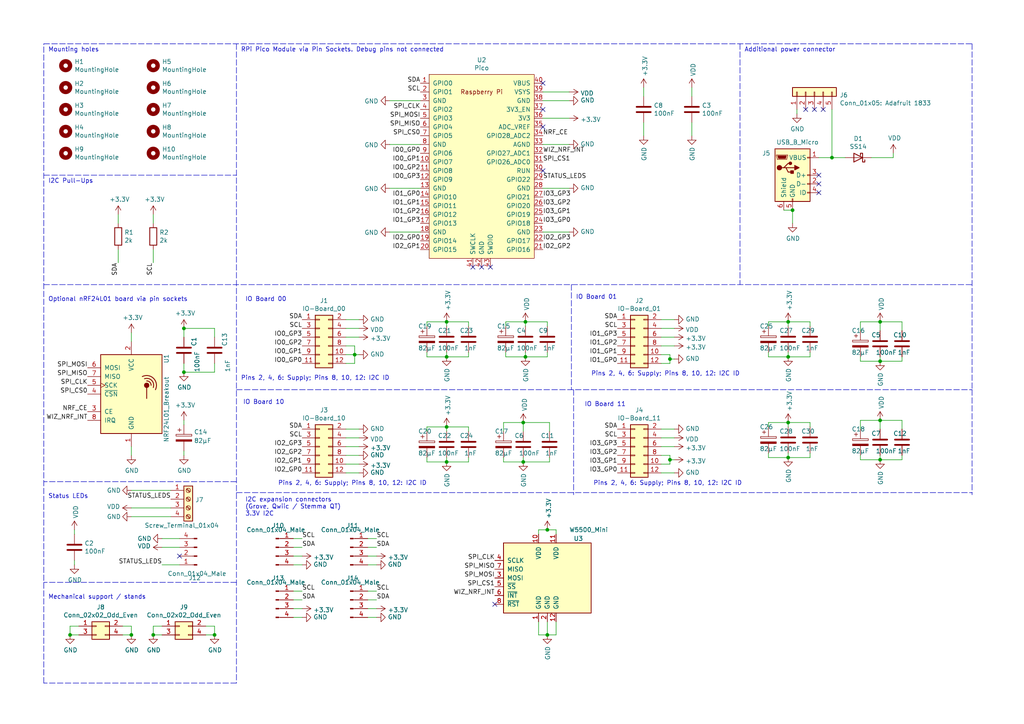
<source format=kicad_sch>
(kicad_sch (version 20211123) (generator eeschema)
  (paper "A4")
  (title_block (title "rp2040_dongle baseboard 4 slots") (date "2022-11-13") (rev "0.5") (company "https://www.openlighting.org/"))
  (junction (at 255.27 121.92))
  (junction (at 158.75 184.15))
  (junction (at 194.31 104.14))
  (junction (at 129.54 103.505))
  (junction (at 255.27 104.775))
  (junction (at 151.765 122.555))
  (junction (at 44.45 184.15))
  (junction (at 194.31 133.35))
  (junction (at 102.87 102.87))
  (junction (at 151.765 133.985))
  (junction (at 228.6 132.715))
  (junction (at 152.4 103.505))
  (junction (at 228.6 103.505))
  (junction (at 228.6 122.555))
  (junction (at 152.4 93.345))
  (junction (at 53.34 107.95))
  (junction (at 53.34 95.25))
  (junction (at 20.32 184.15))
  (junction (at 129.54 93.345))
  (junction (at 241.3 45.72))
  (junction (at 38.1 184.15))
  (junction (at 228.6 93.345))
  (junction (at 158.75 153.67))
  (junction (at 62.23 184.15))
  (junction (at 255.27 93.345))
  (junction (at 129.54 123.825))
  (junction (at 255.27 133.35))
  (junction (at 129.54 133.985))
  (junction (at 229.87 60.96))
  (no_connect (at 237.49 55.88))
  (no_connect (at 157.48 24.13))
  (no_connect (at 157.48 36.83))
  (no_connect (at 52.07 161.29))
  (no_connect (at 233.68 31.75))
  (no_connect (at 142.24 77.47))
  (no_connect (at 238.76 31.75))
  (no_connect (at 236.22 31.75))
  (no_connect (at 157.48 49.53))
  (no_connect (at 137.16 77.47))
  (no_connect (at 237.49 53.34))
  (no_connect (at 237.49 50.8))
  (no_connect (at 157.48 31.75))
  (no_connect (at 143.51 175.26))
  (no_connect (at 139.7 77.47))
  (wire (pts (xy 194.31 132.08) (xy 194.31 133.35)))
  (wire (pts (xy 35.56 184.15) (xy 38.1 184.15)))
  (wire (pts (xy 234.95 132.715) (xy 228.6 132.715)))
  (wire (pts (xy 129.54 123.825) (xy 129.54 125.095)))
  (wire (pts (xy 113.03 67.31) (xy 121.92 67.31)))
  (wire (pts (xy 191.77 137.16) (xy 195.58 137.16)))
  (wire (pts (xy 249.555 121.92) (xy 255.27 121.92)))
  (wire (pts (xy 259.08 45.72) (xy 259.08 44.45)))
  (wire (pts (xy 53.34 130.81) (xy 53.34 132.08)))
  (wire (pts (xy 156.21 153.67) (xy 158.75 153.67)))
  (wire (pts (xy 100.33 97.79) (xy 104.14 97.79)))
  (wire (pts (xy 34.29 72.39) (xy 34.29 76.2)))
  (wire (pts (xy 161.29 153.67) (xy 158.75 153.67)))
  (polyline (pts (xy 68.58 198.12) (xy 12.7 198.12)))
  (wire (pts (xy 200.66 25.4) (xy 200.66 27.94)))
  (wire (pts (xy 44.45 184.15) (xy 46.99 184.15)))
  (wire (pts (xy 249.555 133.35) (xy 255.27 133.35)))
  (wire (pts (xy 100.33 129.54) (xy 104.14 129.54)))
  (wire (pts (xy 228.6 93.345) (xy 234.95 93.345)))
  (wire (pts (xy 194.31 104.14) (xy 195.58 104.14)))
  (wire (pts (xy 22.86 184.15) (xy 20.32 184.15)))
  (wire (pts (xy 222.885 94.615) (xy 222.885 93.345)))
  (wire (pts (xy 123.825 93.345) (xy 129.54 93.345)))
  (wire (pts (xy 157.48 34.29) (xy 165.1 34.29)))
  (wire (pts (xy 249.555 93.345) (xy 255.27 93.345)))
  (wire (pts (xy 38.1 181.61) (xy 38.1 184.15)))
  (wire (pts (xy 85.09 171.45) (xy 87.63 171.45)))
  (wire (pts (xy 186.69 35.56) (xy 186.69 39.37)))
  (wire (pts (xy 100.33 134.62) (xy 104.14 134.62)))
  (wire (pts (xy 53.34 95.25) (xy 62.23 95.25)))
  (wire (pts (xy 156.21 180.34) (xy 156.21 184.15)))
  (polyline (pts (xy 68.58 113.03) (xy 281.94 113.03)))
  (wire (pts (xy 104.14 132.08) (xy 100.33 132.08)))
  (wire (pts (xy 135.89 102.235) (xy 135.89 103.505)))
  (wire (pts (xy 158.75 103.505) (xy 152.4 103.505)))
  (wire (pts (xy 102.87 100.33) (xy 102.87 102.87)))
  (wire (pts (xy 123.825 102.235) (xy 123.825 103.505)))
  (wire (pts (xy 106.68 163.83) (xy 109.22 163.83)))
  (wire (pts (xy 156.21 154.94) (xy 156.21 153.67)))
  (wire (pts (xy 104.14 137.16) (xy 100.33 137.16)))
  (wire (pts (xy 222.885 131.445) (xy 222.885 132.715)))
  (wire (pts (xy 161.29 184.15) (xy 158.75 184.15)))
  (wire (pts (xy 255.27 124.46) (xy 255.27 121.92)))
  (wire (pts (xy 237.49 45.72) (xy 241.3 45.72)))
  (wire (pts (xy 186.69 25.4) (xy 186.69 27.94)))
  (wire (pts (xy 46.99 158.75) (xy 52.07 158.75)))
  (wire (pts (xy 129.54 102.235) (xy 129.54 103.505)))
  (wire (pts (xy 135.89 123.825) (xy 135.89 125.095)))
  (wire (pts (xy 249.555 124.46) (xy 249.555 121.92)))
  (wire (pts (xy 222.885 132.715) (xy 228.6 132.715)))
  (wire (pts (xy 200.66 35.56) (xy 200.66 39.37)))
  (wire (pts (xy 34.29 62.23) (xy 34.29 64.77)))
  (wire (pts (xy 38.1 96.52) (xy 38.1 99.06)))
  (wire (pts (xy 191.77 95.25) (xy 195.58 95.25)))
  (wire (pts (xy 146.685 103.505) (xy 152.4 103.505)))
  (wire (pts (xy 46.99 156.21) (xy 52.07 156.21)))
  (wire (pts (xy 241.3 45.72) (xy 245.11 45.72)))
  (wire (pts (xy 234.95 103.505) (xy 228.6 103.505)))
  (wire (pts (xy 249.555 95.885) (xy 249.555 93.345)))
  (wire (pts (xy 231.14 31.75) (xy 231.14 33.02)))
  (wire (pts (xy 62.23 184.15) (xy 62.23 181.61)))
  (wire (pts (xy 194.31 105.41) (xy 194.31 104.14)))
  (wire (pts (xy 106.68 179.07) (xy 109.22 179.07)))
  (wire (pts (xy 106.68 173.99) (xy 109.22 173.99)))
  (wire (pts (xy 241.3 31.75) (xy 241.3 45.72)))
  (wire (pts (xy 261.62 121.92) (xy 261.62 124.46)))
  (polyline (pts (xy 68.58 12.7) (xy 68.58 198.12)))
  (wire (pts (xy 191.77 134.62) (xy 194.31 134.62)))
  (wire (pts (xy 20.32 181.61) (xy 20.32 184.15)))
  (wire (pts (xy 194.31 133.35) (xy 195.58 133.35)))
  (polyline (pts (xy 281.94 12.7) (xy 281.94 113.03)))
  (wire (pts (xy 255.27 132.08) (xy 255.27 133.35)))
  (wire (pts (xy 106.68 156.21) (xy 109.22 156.21)))
  (wire (pts (xy 146.05 125.095) (xy 146.05 122.555)))
  (wire (pts (xy 100.33 102.87) (xy 102.87 102.87)))
  (wire (pts (xy 249.555 103.505) (xy 249.555 104.775)))
  (wire (pts (xy 151.765 133.985) (xy 159.385 133.985)))
  (wire (pts (xy 228.6 131.445) (xy 228.6 132.715)))
  (wire (pts (xy 222.885 123.825) (xy 222.885 122.555)))
  (wire (pts (xy 102.87 105.41) (xy 100.33 105.41)))
  (wire (pts (xy 249.555 132.08) (xy 249.555 133.35)))
  (polyline (pts (xy 281.94 113.03) (xy 281.94 143.51)))
  (wire (pts (xy 252.73 45.72) (xy 259.08 45.72)))
  (wire (pts (xy 123.825 123.825) (xy 129.54 123.825)))
  (wire (pts (xy 123.825 132.715) (xy 123.825 133.985)))
  (wire (pts (xy 255.27 133.35) (xy 261.62 133.35)))
  (wire (pts (xy 53.34 107.95) (xy 53.34 105.41)))
  (wire (pts (xy 46.99 181.61) (xy 44.45 181.61)))
  (wire (pts (xy 152.4 93.345) (xy 152.4 94.615)))
  (wire (pts (xy 261.62 104.775) (xy 261.62 103.505)))
  (wire (pts (xy 85.09 156.21) (xy 87.63 156.21)))
  (wire (pts (xy 100.33 124.46) (xy 104.14 124.46)))
  (wire (pts (xy 135.89 133.985) (xy 129.54 133.985)))
  (wire (pts (xy 261.62 93.345) (xy 261.62 95.885)))
  (polyline (pts (xy 12.7 50.8) (xy 68.58 50.8)))
  (wire (pts (xy 157.48 29.21) (xy 165.1 29.21)))
  (polyline (pts (xy 12.7 12.7) (xy 281.94 12.7)))
  (polyline (pts (xy 12.7 198.12) (xy 12.7 12.7)))
  (wire (pts (xy 123.825 94.615) (xy 123.825 93.345)))
  (wire (pts (xy 44.45 72.39) (xy 44.45 76.2)))
  (wire (pts (xy 53.34 97.79) (xy 53.34 95.25)))
  (wire (pts (xy 21.59 162.56) (xy 21.59 163.83)))
  (wire (pts (xy 123.825 125.095) (xy 123.825 123.825)))
  (wire (pts (xy 62.23 107.95) (xy 53.34 107.95)))
  (wire (pts (xy 191.77 105.41) (xy 194.31 105.41)))
  (wire (pts (xy 229.87 60.96) (xy 227.33 60.96)))
  (wire (pts (xy 194.31 102.87) (xy 194.31 104.14)))
  (polyline (pts (xy 165.735 82.55) (xy 165.735 113.03)))
  (wire (pts (xy 106.68 176.53) (xy 109.22 176.53)))
  (wire (pts (xy 53.34 121.92) (xy 53.34 123.19)))
  (wire (pts (xy 222.885 103.505) (xy 228.6 103.505)))
  (wire (pts (xy 152.4 93.345) (xy 158.75 93.345)))
  (wire (pts (xy 157.48 54.61) (xy 165.1 54.61)))
  (wire (pts (xy 222.885 102.235) (xy 222.885 103.505)))
  (polyline (pts (xy 68.58 168.91) (xy 12.7 168.91)))
  (wire (pts (xy 85.09 176.53) (xy 87.63 176.53)))
  (wire (pts (xy 146.05 133.985) (xy 151.765 133.985)))
  (polyline (pts (xy 12.7 82.55) (xy 281.94 82.55)))
  (wire (pts (xy 157.48 26.67) (xy 165.1 26.67)))
  (wire (pts (xy 151.765 122.555) (xy 151.765 125.095)))
  (wire (pts (xy 151.765 122.555) (xy 159.385 122.555)))
  (wire (pts (xy 146.05 132.715) (xy 146.05 133.985)))
  (wire (pts (xy 158.75 180.34) (xy 158.75 184.15)))
  (wire (pts (xy 255.27 104.775) (xy 255.27 103.505)))
  (wire (pts (xy 100.33 92.71) (xy 104.14 92.71)))
  (wire (pts (xy 228.6 122.555) (xy 234.95 122.555)))
  (wire (pts (xy 159.385 133.985) (xy 159.385 132.715)))
  (wire (pts (xy 104.14 127) (xy 100.33 127)))
  (wire (pts (xy 191.77 102.87) (xy 194.31 102.87)))
  (wire (pts (xy 234.95 122.555) (xy 234.95 123.825)))
  (wire (pts (xy 157.48 67.31) (xy 165.1 67.31)))
  (wire (pts (xy 106.68 158.75) (xy 109.22 158.75)))
  (wire (pts (xy 135.89 103.505) (xy 129.54 103.505)))
  (wire (pts (xy 146.685 102.235) (xy 146.685 103.505)))
  (wire (pts (xy 195.58 129.54) (xy 191.77 129.54)))
  (wire (pts (xy 161.29 180.34) (xy 161.29 184.15)))
  (wire (pts (xy 249.555 104.775) (xy 255.27 104.775)))
  (wire (pts (xy 261.62 133.35) (xy 261.62 132.08)))
  (wire (pts (xy 85.09 161.29) (xy 87.63 161.29)))
  (wire (pts (xy 234.95 131.445) (xy 234.95 132.715)))
  (wire (pts (xy 129.54 123.825) (xy 135.89 123.825)))
  (wire (pts (xy 35.56 181.61) (xy 38.1 181.61)))
  (wire (pts (xy 38.1 147.32) (xy 49.53 147.32)))
  (wire (pts (xy 255.27 121.92) (xy 261.62 121.92)))
  (wire (pts (xy 191.77 97.79) (xy 195.58 97.79)))
  (wire (pts (xy 228.6 93.345) (xy 228.6 94.615)))
  (wire (pts (xy 21.59 153.67) (xy 21.59 154.94)))
  (wire (pts (xy 106.68 161.29) (xy 109.22 161.29)))
  (polyline (pts (xy 166.37 113.03) (xy 166.37 143.51)))
  (wire (pts (xy 152.4 102.235) (xy 152.4 103.505)))
  (polyline (pts (xy 68.58 139.7) (xy 12.7 139.7)))
  (wire (pts (xy 191.77 92.71) (xy 195.58 92.71)))
  (wire (pts (xy 62.23 105.41) (xy 62.23 107.95)))
  (wire (pts (xy 255.27 93.345) (xy 261.62 93.345)))
  (wire (pts (xy 228.6 122.555) (xy 228.6 123.825)))
  (wire (pts (xy 157.48 41.91) (xy 165.1 41.91)))
  (wire (pts (xy 129.54 132.715) (xy 129.54 133.985)))
  (wire (pts (xy 158.75 93.345) (xy 158.75 94.615)))
  (wire (pts (xy 85.09 158.75) (xy 87.63 158.75)))
  (wire (pts (xy 59.69 184.15) (xy 62.23 184.15)))
  (wire (pts (xy 135.89 93.345) (xy 135.89 94.615)))
  (wire (pts (xy 151.765 133.985) (xy 151.765 132.715)))
  (wire (pts (xy 62.23 181.61) (xy 59.69 181.61)))
  (wire (pts (xy 123.825 133.985) (xy 129.54 133.985)))
  (wire (pts (xy 129.54 93.345) (xy 135.89 93.345)))
  (wire (pts (xy 22.86 181.61) (xy 20.32 181.61)))
  (wire (pts (xy 129.54 93.345) (xy 129.54 94.615)))
  (wire (pts (xy 191.77 100.33) (xy 195.58 100.33)))
  (wire (pts (xy 46.99 163.83) (xy 52.07 163.83)))
  (wire (pts (xy 113.03 29.21) (xy 121.92 29.21)))
  (wire (pts (xy 156.21 184.15) (xy 158.75 184.15)))
  (polyline (pts (xy 214.63 12.7) (xy 214.63 82.55)))
  (wire (pts (xy 146.685 93.345) (xy 152.4 93.345)))
  (wire (pts (xy 222.885 93.345) (xy 228.6 93.345)))
  (wire (pts (xy 44.45 181.61) (xy 44.45 184.15)))
  (wire (pts (xy 195.58 124.46) (xy 191.77 124.46)))
  (wire (pts (xy 100.33 95.25) (xy 104.14 95.25)))
  (wire (pts (xy 62.23 95.25) (xy 62.23 97.79)))
  (wire (pts (xy 158.75 102.235) (xy 158.75 103.505)))
  (wire (pts (xy 191.77 132.08) (xy 194.31 132.08)))
  (wire (pts (xy 146.05 122.555) (xy 151.765 122.555)))
  (wire (pts (xy 102.87 102.87) (xy 102.87 105.41)))
  (polyline (pts (xy 68.58 142.875) (xy 281.94 142.875)))
  (wire (pts (xy 146.685 94.615) (xy 146.685 93.345)))
  (wire (pts (xy 159.385 122.555) (xy 159.385 125.095)))
  (wire (pts (xy 38.1 142.24) (xy 49.53 142.24)))
  (wire (pts (xy 38.1 129.54) (xy 38.1 132.08)))
  (wire (pts (xy 113.03 54.61) (xy 121.92 54.61)))
  (wire (pts (xy 123.825 103.505) (xy 129.54 103.505)))
  (wire (pts (xy 113.03 41.91) (xy 121.92 41.91)))
  (wire (pts (xy 100.33 100.33) (xy 102.87 100.33)))
  (wire (pts (xy 234.95 102.235) (xy 234.95 103.505)))
  (wire (pts (xy 104.14 102.87) (xy 102.87 102.87)))
  (wire (pts (xy 255.27 93.345) (xy 255.27 95.885)))
  (wire (pts (xy 85.09 173.99) (xy 87.63 173.99)))
  (wire (pts (xy 44.45 62.23) (xy 44.45 64.77)))
  (wire (pts (xy 135.89 132.715) (xy 135.89 133.985)))
  (wire (pts (xy 85.09 179.07) (xy 87.63 179.07)))
  (wire (pts (xy 85.09 163.83) (xy 87.63 163.83)))
  (wire (pts (xy 228.6 102.235) (xy 228.6 103.505)))
  (wire (pts (xy 194.31 134.62) (xy 194.31 133.35)))
  (wire (pts (xy 38.1 149.86) (xy 49.53 149.86)))
  (wire (pts (xy 255.27 104.775) (xy 261.62 104.775)))
  (wire (pts (xy 191.77 127) (xy 195.58 127)))
  (wire (pts (xy 229.87 60.96) (xy 229.87 64.77)))
  (wire (pts (xy 234.95 93.345) (xy 234.95 94.615)))
  (wire (pts (xy 161.29 154.94) (xy 161.29 153.67)))
  (wire (pts (xy 106.68 171.45) (xy 109.22 171.45)))
  (wire (pts (xy 222.885 122.555) (xy 228.6 122.555)))
  (text "IO Board 10" (at 70.485 117.475 0) (effects (font (size 1.27 1.27)) (justify left bottom)))
  (text "Pins 2, 4, 6: Supply; Pins 8, 10, 12: I2C ID" (at 172.085 140.97 0) (effects (font (size 1.27 1.27)) (justify left bottom)))
  (text "Pins 2, 4, 6: Supply; Pins 8, 10, 12: I2C ID" (at 171.45 109.22 0) (effects (font (size 1.27 1.27)) (justify left bottom)))
  (text "Additional power connector" (at 215.9 15.24 0) (effects (font (size 1.27 1.27)) (justify left bottom)))
  (text "Pins 2, 4, 6: Supply; Pins 8, 10, 12: I2C ID" (at 69.85 110.49 0) (effects (font (size 1.27 1.27)) (justify left bottom)))
  (text "Mounting holes" (at 13.97 15.24 0) (effects (font (size 1.27 1.27)) (justify left bottom)))
  (text "RPi Pico Module via Pin Sockets. Debug pins not connected" (at 69.85 15.24 0) (effects (font (size 1.27 1.27)) (justify left bottom)))
  (text "IO Board 00" (at 71.12 87.63 0) (effects (font (size 1.27 1.27)) (justify left bottom)))
  (text "I2C Pull-Ups" (at 13.97 53.34 0) (effects (font (size 1.27 1.27)) (justify left bottom)))
  (text "Status LEDs" (at 13.97 144.78 0) (effects (font (size 1.27 1.27)) (justify left bottom)))
  (text "Optional nRF24L01 board via pin sockets" (at 13.97 87.63 0) (effects (font (size 1.27 1.27)) (justify left bottom)))
  (text "IO Board 01" (at 167.005 86.995 0) (effects (font (size 1.27 1.27)) (justify left bottom)))
  (text "Mechanical support / stands" (at 13.97 173.99 0) (effects (font (size 1.27 1.27)) (justify left bottom)))
  (text "I2C expansion connectors\n(Grove, Qwiic / Stemma QT)\n3.3V I2C" (at 71.12 149.86 0) (effects (font (size 1.27 1.27)) (justify left bottom)))
  (text "Pins 2, 4, 6: Supply; Pins 8, 10, 12: I2C ID" (at 80.645 140.97 0) (effects (font (size 1.27 1.27)) (justify left bottom)))
  (text "IO Board 11" (at 169.545 118.11 0) (effects (font (size 1.27 1.27)) (justify left bottom)))
  (label "IO2_GP2" (at 87.63 132.08 180))
  (label "IO2_GP3" (at 87.63 129.54 180))
  (label "IO1_GP0" (at 121.92 57.15 180))
  (label "IO3_GP0" (at 179.07 137.16 180))
  (label "IO3_GP2" (at 157.48 59.69 0))
  (label "IO1_GP1" (at 179.07 102.87 180))
  (label "SPI_MOSI" (at 121.92 34.29 180))
  (label "SPI_MISO" (at 25.4 109.22 180))
  (label "IO2_GP1" (at 87.63 134.62 180))
  (label "IO1_GP2" (at 121.92 62.23 180))
  (label "IO0_GP2" (at 121.92 49.53 180))
  (label "STATUS_LEDS" (at 49.53 144.78 180))
  (label "SCL" (at 44.45 76.2 270))
  (label "IO1_GP0" (at 179.07 105.41 180))
  (label "SDA" (at 179.07 124.46 180))
  (label "SDA" (at 121.92 24.13 180))
  (label "IO3_GP3" (at 157.48 57.15 0))
  (label "STATUS_LEDS" (at 46.99 163.83 180))
  (label "WIZ_NRF_INT" (at 157.48 44.45 0))
  (label "SCL" (at 179.07 127 180))
  (label "SCL" (at 87.63 127 180))
  (label "IO1_GP3" (at 121.92 64.77 180))
  (label "IO0_GP3" (at 121.92 52.07 180))
  (label "IO2_GP1" (at 121.92 72.39 180))
  (label "IO3_GP3" (at 179.07 129.54 180))
  (label "SCL" (at 109.22 171.45 0))
  (label "IO2_GP0" (at 87.63 137.16 180))
  (label "IO1_GP1" (at 121.92 59.69 180))
  (label "IO2_GP0" (at 121.92 69.85 180))
  (label "IO0_GP1" (at 87.63 102.87 180))
  (label "NRF_CE" (at 25.4 119.38 180))
  (label "SCL" (at 179.07 95.25 180))
  (label "WIZ_NRF_INT" (at 143.51 172.72 180))
  (label "SDA" (at 87.63 92.71 180))
  (label "SDA" (at 109.22 173.99 0))
  (label "SPI_CS1" (at 143.51 170.18 180))
  (label "IO1_GP2" (at 179.07 100.33 180))
  (label "SPI_CS0" (at 121.92 39.37 180))
  (label "IO1_GP3" (at 179.07 97.79 180))
  (label "STATUS_LEDS" (at 157.48 52.07 0))
  (label "SDA" (at 34.29 76.2 270))
  (label "SPI_MISO" (at 143.51 165.1 180))
  (label "SCL" (at 87.63 156.21 0))
  (label "SCL" (at 109.22 156.21 0))
  (label "SDA" (at 109.22 158.75 0))
  (label "SPI_CLK" (at 121.92 31.75 180))
  (label "IO0_GP2" (at 87.63 100.33 180))
  (label "SCL" (at 121.92 26.67 180))
  (label "IO0_GP1" (at 121.92 46.99 180))
  (label "SPI_CS1" (at 157.48 46.99 0))
  (label "SPI_CLK" (at 143.51 162.56 180))
  (label "SDA" (at 87.63 124.46 180))
  (label "SPI_CS0" (at 25.4 114.3 180))
  (label "SPI_MISO" (at 121.92 36.83 180))
  (label "SCL" (at 87.63 95.25 180))
  (label "IO3_GP1" (at 179.07 134.62 180))
  (label "SDA" (at 179.07 92.71 180))
  (label "SDA" (at 87.63 158.75 0))
  (label "SCL" (at 87.63 171.45 0))
  (label "IO2_GP2" (at 157.48 72.39 0))
  (label "SPI_MOSI" (at 143.51 167.64 180))
  (label "WIZ_NRF_INT" (at 25.4 121.92 180))
  (label "IO2_GP3" (at 157.48 69.85 0))
  (label "SDA" (at 87.63 173.99 0))
  (label "IO0_GP0" (at 87.63 105.41 180))
  (label "IO3_GP2" (at 179.07 132.08 180))
  (label "SPI_CLK" (at 25.4 111.76 180))
  (label "SPI_MOSI" (at 25.4 106.68 180))
  (label "IO3_GP0" (at 157.48 64.77 0))
  (label "IO0_GP3" (at 87.63 97.79 180))
  (label "IO0_GP0" (at 121.92 44.45 180))
  (label "IO3_GP1" (at 157.48 62.23 0))
  (label "NRF_CE" (at 157.48 39.37 0))
  (symbol (lib_id "baseboard_4slots-rescue:Pico-MCU_RPi") (at 139.7 48.26 0) (unit 1)
    (property "Reference" "U2" (at 139.7 17.399 0))
    (property "Value" "Pico" (at 139.7 19.7104 0))
    (property "Footprint" "MCU_RaspberryPi_and_Boards:RPi_Pico_SMD_TH" (effects hide))
  )
  (symbol (lib_id "Connector:USB_B_Micro") (at 229.87 50.8 0) (unit 1)
    (property "Reference" "J5" (at 222.25 44.45 0))
    (property "Value" "USB_B_Micro" (at 231.3178 41.2496 0))
    (property "Footprint" "Connector_USB:USB_Micro-B_Wuerth_629105150521" (effects hide))
  )
  (symbol (lib_id "power:GND") (at 229.87 64.77 0) (unit 1)
    (property "Reference" "#PWR030" (effects hide))
    (property "Value" "GND" (at 229.997 69.1642 0))
  )
  (symbol (lib_id "Device:R") (at 44.45 68.58 0) (unit 1)
    (property "Reference" "R2" (at 46.228 67.4116 0) (effects (justify left)))
    (property "Value" "2k" (at 46.228 69.723 0) (effects (justify left)))
    (property "Footprint" "Resistor_SMD:R_0805_2012Metric_Pad1.20x1.40mm_HandSolder" (effects hide))
    (property "LCSC" "C17604" (effects hide))
  )
  (symbol (lib_id "Device:R") (at 34.29 68.58 0) (unit 1)
    (property "Reference" "R1" (at 36.068 67.4116 0) (effects (justify left)))
    (property "Value" "2k" (at 36.068 69.723 0) (effects (justify left)))
    (property "Footprint" "Resistor_SMD:R_0805_2012Metric_Pad1.20x1.40mm_HandSolder" (effects hide))
    (property "LCSC" "C17604" (effects hide))
  )
  (symbol (lib_id "power:+3.3V") (at 44.45 62.23 0) (unit 1)
    (property "Reference" "#PWR02" (effects hide))
    (property "Value" "+3.3V" (at 44.831 57.8358 0))
  )
  (symbol (lib_id "power:+3.3V") (at 34.29 62.23 0) (unit 1)
    (property "Reference" "#PWR01" (effects hide))
    (property "Value" "+3.3V" (at 34.671 57.8358 0))
  )
  (symbol (lib_id "Device:D_Schottky") (at 248.92 45.72 180) (unit 1)
    (property "Reference" "D1" (at 248.92 40.2082 0))
    (property "Value" "SS14" (at 248.92 42.5196 0))
    (property "Footprint" "Diode_SMD:D_SMA" (effects hide))
    (property "LCSC" "C2480" (effects hide))
  )
  (symbol (lib_id "power:VDD") (at 165.1 26.67 270) (unit 1)
    (property "Reference" "#PWR018" (effects hide))
    (property "Value" "VDD" (at 168.3512 27.051 90) (effects (justify left)))
  )
  (symbol (lib_id "power:VDD") (at 259.08 44.45 0) (unit 1)
    (property "Reference" "#PWR034" (effects hide))
    (property "Value" "VDD" (at 259.461 40.0558 0))
  )
  (symbol (lib_id "Connector:Screw_Terminal_01x04") (at 54.61 144.78 0) (unit 1)
    (property "Reference" "J7" (at 56.642 144.9832 0) (effects (justify left)))
    (property "Value" "Screw_Terminal_01x04" (at 41.91 152.4 0) (effects (justify left)))
    (property "Footprint" "TerminalBlock:TerminalBlock_Altech_AK300-4_P5.00mm" (effects hide))
  )
  (symbol (lib_id "power:GND") (at 38.1 149.86 270) (unit 1)
    (property "Reference" "#PWR037" (effects hide))
    (property "Value" "GND" (at 33.02 149.86 90))
  )
  (symbol (lib_id "power:VDD") (at 104.14 95.25 270) (unit 1)
    (property "Reference" "#PWR08" (effects hide))
    (property "Value" "VDD" (at 107.3912 95.631 90) (effects (justify left)))
  )
  (symbol (lib_id "power:VDD") (at 195.58 95.25 270) (unit 1)
    (property "Reference" "#PWR017" (effects hide))
    (property "Value" "VDD" (at 198.8312 95.631 90) (effects (justify left)))
  )
  (symbol (lib_id "Connector_Generic:Conn_02x06_Odd_Even") (at 92.71 97.79 0) (unit 1)
    (property "Reference" "J1" (at 93.98 87.1982 0))
    (property "Value" "IO-Board_00" (at 93.98 89.5096 0))
    (property "Footprint" "Connector_PinSocket_2.54mm:PinSocket_2x06_P2.54mm_Vertical" (effects hide))
  )
  (symbol (lib_id "power:GND") (at 104.14 92.71 90) (unit 1)
    (property "Reference" "#PWR05" (effects hide))
    (property "Value" "GND" (at 107.3912 92.583 90) (effects (justify right)))
  )
  (symbol (lib_id "power:+3.3V") (at 104.14 97.79 270) (unit 1)
    (property "Reference" "#PWR07" (effects hide))
    (property "Value" "+3.3V" (at 107.3912 98.171 90) (effects (justify left)))
  )
  (symbol (lib_id "power:GND") (at 104.14 102.87 90) (unit 1)
    (property "Reference" "#PWR06" (effects hide))
    (property "Value" "GND" (at 107.3912 102.743 90) (effects (justify right)))
  )
  (symbol (lib_id "power:VDD") (at 104.14 127 270) (unit 1)
    (property "Reference" "#PWR029" (effects hide))
    (property "Value" "VDD" (at 107.3912 127.381 90) (effects (justify left)))
  )
  (symbol (lib_id "Device:C") (at 53.34 101.6 0) (unit 1)
    (property "Reference" "C1" (at 56.261 100.4316 90) (effects (justify left)))
    (property "Value" "100nF" (at 57.15 107.95 90) (effects (justify left)))
    (property "Footprint" "Capacitor_SMD:C_0603_1608Metric" (effects hide))
    (property "LCSC" "C14663" (effects hide))
  )
  (symbol (lib_id "power:+3.3V") (at 53.34 95.25 0) (unit 1)
    (property "Reference" "#PWR038" (effects hide))
    (property "Value" "+3.3V" (at 53.721 90.8558 0))
  )
  (symbol (lib_id "power:GND") (at 53.34 107.95 0) (unit 1)
    (property "Reference" "#PWR039" (effects hide))
    (property "Value" "GND" (at 53.467 112.3442 0))
  )
  (symbol (lib_id "power:VDD") (at 195.58 127 270) (unit 1)
    (property "Reference" "#PWR036" (effects hide))
    (property "Value" "VDD" (at 198.8312 127.381 90) (effects (justify left)))
  )
  (symbol (lib_id "Device:C") (at 21.59 158.75 0) (unit 1)
    (property "Reference" "C2" (at 24.511 157.5816 0) (effects (justify left)))
    (property "Value" "100nF" (at 24.511 159.893 0) (effects (justify left)))
    (property "Footprint" "Capacitor_SMD:C_0603_1608Metric" (effects hide))
    (property "LCSC" "C14663" (effects hide))
  )
  (symbol (lib_id "power:VDD") (at 21.59 153.67 0) (unit 1)
    (property "Reference" "#PWR040" (effects hide))
    (property "Value" "VDD" (at 21.971 150.4188 90) (effects (justify left)))
  )
  (symbol (lib_id "power:GND") (at 21.59 163.83 0) (unit 1)
    (property "Reference" "#PWR041" (effects hide))
    (property "Value" "GND" (at 21.717 168.2242 0))
  )
  (symbol (lib_id "Device:C") (at 200.66 31.75 0) (unit 1)
    (property "Reference" "C3" (at 203.581 30.5816 0) (effects (justify left)))
    (property "Value" "100nF" (at 203.581 32.893 0) (effects (justify left)))
    (property "Footprint" "Capacitor_SMD:C_0603_1608Metric" (effects hide))
    (property "LCSC" "C14663" (effects hide))
  )
  (symbol (lib_id "power:VDD") (at 200.66 25.4 0) (unit 1)
    (property "Reference" "#PWR042" (effects hide))
    (property "Value" "VDD" (at 201.041 22.1488 90) (effects (justify left)))
  )
  (symbol (lib_id "power:GND") (at 200.66 39.37 0) (unit 1)
    (property "Reference" "#PWR043" (effects hide))
    (property "Value" "GND" (at 200.787 42.6212 90) (effects (justify right)))
  )
  (symbol (lib_id "Connector_Generic:Conn_01x05") (at 236.22 26.67 90) (unit 1)
    (property "Reference" "J6" (at 243.5352 27.5844 90) (effects (justify right)))
    (property "Value" "Conn_01x05: Adafruit 1833" (at 243.5352 29.8958 90) (effects (justify right)))
    (property "Footprint" "Connector_PinHeader_2.54mm:PinHeader_1x05_P2.54mm_Vertical" (effects hide))
  )
  (symbol (lib_id "Mechanical:MountingHole") (at 19.05 19.05 0) (unit 1)
    (property "Reference" "H1" (at 21.59 17.8816 0) (effects (justify left)))
    (property "Value" "MountingHole" (at 21.59 20.193 0) (effects (justify left)))
    (property "Footprint" "MountingHole:MountingHole_3.2mm_M3" (effects hide))
  )
  (symbol (lib_id "Mechanical:MountingHole") (at 44.45 19.05 0) (unit 1)
    (property "Reference" "H5" (at 46.99 17.8816 0) (effects (justify left)))
    (property "Value" "MountingHole" (at 46.99 20.193 0) (effects (justify left)))
    (property "Footprint" "MountingHole:MountingHole_3.2mm_M3" (effects hide))
  )
  (symbol (lib_id "Mechanical:MountingHole") (at 19.05 25.4 0) (unit 1)
    (property "Reference" "H2" (at 21.59 24.2316 0) (effects (justify left)))
    (property "Value" "MountingHole" (at 21.59 26.543 0) (effects (justify left)))
    (property "Footprint" "MountingHole:MountingHole_3.2mm_M3" (effects hide))
  )
  (symbol (lib_id "Mechanical:MountingHole") (at 44.45 25.4 0) (unit 1)
    (property "Reference" "H6" (at 46.99 24.2316 0) (effects (justify left)))
    (property "Value" "MountingHole" (at 46.99 26.543 0) (effects (justify left)))
    (property "Footprint" "MountingHole:MountingHole_3.2mm_M3" (effects hide))
  )
  (symbol (lib_id "Mechanical:MountingHole") (at 19.05 31.75 0) (unit 1)
    (property "Reference" "H3" (at 21.59 30.5816 0) (effects (justify left)))
    (property "Value" "MountingHole" (at 21.59 32.893 0) (effects (justify left)))
    (property "Footprint" "MountingHole:MountingHole_3.2mm_M3" (effects hide))
  )
  (symbol (lib_id "Mechanical:MountingHole") (at 44.45 31.75 0) (unit 1)
    (property "Reference" "H7" (at 46.99 30.5816 0) (effects (justify left)))
    (property "Value" "MountingHole" (at 46.99 32.893 0) (effects (justify left)))
    (property "Footprint" "MountingHole:MountingHole_3.2mm_M3" (effects hide))
  )
  (symbol (lib_id "Mechanical:MountingHole") (at 19.05 38.1 0) (unit 1)
    (property "Reference" "H4" (at 21.59 36.9316 0) (effects (justify left)))
    (property "Value" "MountingHole" (at 21.59 39.243 0) (effects (justify left)))
    (property "Footprint" "MountingHole:MountingHole_3.2mm_M3" (effects hide))
  )
  (symbol (lib_id "Mechanical:MountingHole") (at 44.45 38.1 0) (unit 1)
    (property "Reference" "H8" (at 46.99 36.9316 0) (effects (justify left)))
    (property "Value" "MountingHole" (at 46.99 39.243 0) (effects (justify left)))
    (property "Footprint" "MountingHole:MountingHole_3.2mm_M3" (effects hide))
  )
  (symbol (lib_id "Device:C") (at 62.23 101.6 0) (unit 1)
    (property "Reference" "C13" (at 65.151 100.4316 90) (effects (justify left)))
    (property "Value" "1nF" (at 66.04 107.95 90) (effects (justify left)))
    (property "Footprint" "Capacitor_SMD:C_0603_1608Metric" (effects hide))
    (property "LCSC" "C1588" (effects hide))
  )
  (symbol (lib_id "power:GND") (at 165.1 29.21 90) (unit 1)
    (property "Reference" "#PWR019" (effects hide))
    (property "Value" "GND" (at 168.3512 29.083 90) (effects (justify right)))
  )
  (symbol (lib_id "Device:C") (at 152.4 98.425 0) (unit 1)
    (property "Reference" "C4" (at 149.86 95.885 0) (effects (justify left)))
    (property "Value" "100nF" (at 149.86 100.965 0) (effects (justify left)))
    (property "Footprint" "Capacitor_SMD:C_0603_1608Metric" (effects hide))
    (property "LCSC" "C14663" (effects hide))
  )
  (symbol (lib_id "power:VDD") (at 152.4 93.345 0) (unit 1)
    (property "Reference" "#PWR044" (effects hide))
    (property "Value" "VDD" (at 152.781 90.0938 90) (effects (justify left)))
  )
  (symbol (lib_id "power:GND") (at 152.4 103.505 0) (unit 1)
    (property "Reference" "#PWR045" (effects hide))
    (property "Value" "GND" (at 152.527 106.7562 90) (effects (justify right)))
  )
  (symbol (lib_id "power:+3.3V") (at 165.1 34.29 270) (unit 1)
    (property "Reference" "#PWR020" (effects hide))
    (property "Value" "+3.3V" (at 168.3512 34.671 90) (effects (justify left)))
  )
  (symbol (lib_id "power:GND") (at 165.1 41.91 90) (unit 1)
    (property "Reference" "#PWR021" (effects hide))
    (property "Value" "GND" (at 168.3512 41.783 90) (effects (justify right)))
  )
  (symbol (lib_id "power:GND") (at 165.1 54.61 90) (unit 1)
    (property "Reference" "#PWR022" (effects hide))
    (property "Value" "GND" (at 168.3512 54.483 90) (effects (justify right)))
  )
  (symbol (lib_id "power:GND") (at 165.1 67.31 90) (unit 1)
    (property "Reference" "#PWR023" (effects hide))
    (property "Value" "GND" (at 168.3512 67.183 90) (effects (justify right)))
  )
  (symbol (lib_id "power:GND") (at 113.03 29.21 270) (unit 1)
    (property "Reference" "#PWR09" (effects hide))
    (property "Value" "GND" (at 109.7788 29.337 90) (effects (justify right)))
  )
  (symbol (lib_id "power:GND") (at 20.32 184.15 0) (unit 1)
    (property "Reference" "#PWR0103" (effects hide))
    (property "Value" "GND" (at 20.447 188.5442 0))
  )
  (symbol (lib_id "Mechanical:MountingHole") (at 19.05 44.45 0) (unit 1)
    (property "Reference" "H9" (at 21.59 43.2816 0) (effects (justify left)))
    (property "Value" "MountingHole" (at 21.59 45.593 0) (effects (justify left)))
    (property "Footprint" "MountingHole:MountingHole_3.2mm_M3" (effects hide))
  )
  (symbol (lib_id "Mechanical:MountingHole") (at 44.45 44.45 0) (unit 1)
    (property "Reference" "H10" (at 46.99 43.2816 0) (effects (justify left)))
    (property "Value" "MountingHole" (at 46.99 45.593 0) (effects (justify left)))
    (property "Footprint" "MountingHole:MountingHole_3.2mm_M3" (effects hide))
  )
  (symbol (lib_id "power:GND") (at 38.1 184.15 0) (unit 1)
    (property "Reference" "#PWR0104" (effects hide))
    (property "Value" "GND" (at 38.227 188.5442 0))
  )
  (symbol (lib_id "power:GND") (at 62.23 184.15 0) (unit 1)
    (property "Reference" "#PWR0105" (effects hide))
    (property "Value" "GND" (at 62.357 188.5442 0))
  )
  (symbol (lib_id "Device:C") (at 255.27 99.695 0) (unit 1)
    (property "Reference" "C5" (at 252.73 97.155 0) (effects (justify left)))
    (property "Value" "100nF" (at 254 102.235 0) (effects (justify left)))
    (property "Footprint" "Capacitor_SMD:C_0603_1608Metric" (effects hide))
    (property "LCSC" "C14663" (effects hide))
  )
  (symbol (lib_id "power:VDD") (at 255.27 93.345 0) (unit 1)
    (property "Reference" "#PWR046" (effects hide))
    (property "Value" "VDD" (at 255.651 90.0938 90) (effects (justify left)))
  )
  (symbol (lib_id "power:GND") (at 255.27 104.775 0) (unit 1)
    (property "Reference" "#PWR047" (effects hide))
    (property "Value" "GND" (at 255.397 108.0262 90) (effects (justify right)))
  )
  (symbol (lib_id "Device:C") (at 158.75 98.425 0) (unit 1)
    (property "Reference" "C9" (at 156.21 95.885 0) (effects (justify left)))
    (property "Value" "1nF" (at 157.48 100.965 0) (effects (justify left)))
    (property "Footprint" "Capacitor_SMD:C_0603_1608Metric" (effects hide))
  )
  (symbol (lib_id "power:GND") (at 38.1 142.24 270) (unit 1)
    (property "Reference" "#PWR0101" (effects hide))
    (property "Value" "GND" (at 33.02 142.24 90))
  )
  (symbol (lib_id "power:GND") (at 113.03 41.91 270) (unit 1)
    (property "Reference" "#PWR010" (effects hide))
    (property "Value" "GND" (at 109.7788 42.037 90) (effects (justify right)))
  )
  (symbol (lib_id "power:GND") (at 113.03 54.61 270) (unit 1)
    (property "Reference" "#PWR011" (effects hide))
    (property "Value" "GND" (at 109.7788 54.737 90) (effects (justify right)))
  )
  (symbol (lib_id "power:GND") (at 113.03 67.31 270) (unit 1)
    (property "Reference" "#PWR012" (effects hide))
    (property "Value" "GND" (at 109.7788 67.437 90) (effects (justify right)))
  )
  (symbol (lib_id "power:VDD") (at 38.1 147.32 90) (unit 1)
    (property "Reference" "#PWR0102" (effects hide))
    (property "Value" "VDD" (at 34.8488 146.939 90) (effects (justify left)))
  )
  (symbol (lib_id "Device:C") (at 151.765 128.905 0) (unit 1)
    (property "Reference" "C6" (at 149.225 126.365 0) (effects (justify left)))
    (property "Value" "100nF" (at 150.495 131.445 0) (effects (justify left)))
    (property "Footprint" "Capacitor_SMD:C_0603_1608Metric" (effects hide))
    (property "LCSC" "C14663" (effects hide))
  )
  (symbol (lib_id "power:VDD") (at 151.765 122.555 0) (unit 1)
    (property "Reference" "#PWR048" (effects hide))
    (property "Value" "VDD" (at 152.146 119.3038 90) (effects (justify left)))
  )
  (symbol (lib_id "power:GND") (at 151.765 133.985 0) (unit 1)
    (property "Reference" "#PWR049" (effects hide))
    (property "Value" "GND" (at 151.892 137.2362 90) (effects (justify right)))
  )
  (symbol (lib_id "power:GND") (at 44.45 184.15 0) (unit 1)
    (property "Reference" "#PWR0106" (effects hide))
    (property "Value" "GND" (at 44.577 188.5442 0))
  )
  (symbol (lib_id "Device:C") (at 255.27 128.27 0) (unit 1)
    (property "Reference" "C7" (at 252.73 125.73 0) (effects (justify left)))
    (property "Value" "100nF" (at 254 130.81 0) (effects (justify left)))
    (property "Footprint" "Capacitor_SMD:C_0603_1608Metric" (effects hide))
    (property "LCSC" "C14663" (effects hide))
  )
  (symbol (lib_id "power:VDD") (at 255.27 121.92 0) (unit 1)
    (property "Reference" "#PWR050" (effects hide))
    (property "Value" "VDD" (at 255.651 118.6688 90) (effects (justify left)))
  )
  (symbol (lib_id "power:GND") (at 255.27 133.35 0) (unit 1)
    (property "Reference" "#PWR051" (effects hide))
    (property "Value" "GND" (at 255.397 136.6012 90) (effects (justify right)))
  )
  (symbol (lib_id "Connector_Generic:Conn_02x02_Odd_Even") (at 27.94 181.61 0) (unit 1)
    (property "Reference" "J8" (at 29.21 176.0982 0))
    (property "Value" "Conn_02x02_Odd_Even" (at 29.21 178.4096 0))
    (property "Footprint" "Connector_PinHeader_2.54mm:PinHeader_2x02_P2.54mm_Vertical" (effects hide))
  )
  (symbol (lib_id "Connector_Generic:Conn_02x02_Odd_Even") (at 52.07 181.61 0) (unit 1)
    (property "Reference" "J9" (at 53.34 176.0982 0))
    (property "Value" "Conn_02x02_Odd_Even" (at 53.34 178.4096 0))
    (property "Footprint" "Connector_PinHeader_2.54mm:PinHeader_2x02_P2.54mm_Vertical" (effects hide))
  )
  (symbol (lib_id "Device:C") (at 261.62 99.695 0) (unit 1)
    (property "Reference" "C10" (at 259.08 97.155 0) (effects (justify left)))
    (property "Value" "1nF" (at 260.35 102.235 0) (effects (justify left)))
    (property "Footprint" "Capacitor_SMD:C_0603_1608Metric" (effects hide))
    (property "LCSC" "C1588" (effects hide))
  )
  (symbol (lib_id "Device:C") (at 186.69 31.75 0) (unit 1)
    (property "Reference" "C8" (at 189.611 30.5816 0) (effects (justify left)))
    (property "Value" "100nF" (at 189.611 32.893 0) (effects (justify left)))
    (property "Footprint" "Capacitor_SMD:C_0603_1608Metric" (effects hide))
    (property "LCSC" "C14663" (effects hide))
  )
  (symbol (lib_id "power:GND") (at 186.69 39.37 0) (unit 1)
    (property "Reference" "#PWR053" (effects hide))
    (property "Value" "GND" (at 186.817 42.6212 90) (effects (justify right)))
  )
  (symbol (lib_id "power:+3.3V") (at 186.69 25.4 0) (unit 1)
    (property "Reference" "#PWR052" (effects hide))
    (property "Value" "+3.3V" (at 187.071 22.1488 90) (effects (justify left)))
  )
  (symbol (lib_id "power:GND") (at 231.14 33.02 0) (unit 1)
    (property "Reference" "#PWR0107" (effects hide))
    (property "Value" "GND" (at 231.267 37.4142 0))
  )
  (symbol (lib_id "Device:C") (at 159.385 128.905 0) (unit 1)
    (property "Reference" "C11" (at 156.845 126.365 0) (effects (justify left)))
    (property "Value" "1nF" (at 158.115 131.445 0) (effects (justify left)))
    (property "Footprint" "Capacitor_SMD:C_0603_1608Metric" (effects hide))
    (property "LCSC" "C1588" (effects hide))
  )
  (symbol (lib_id "Device:C") (at 261.62 128.27 0) (unit 1)
    (property "Reference" "C12" (at 259.08 125.73 0) (effects (justify left)))
    (property "Value" "1nF" (at 260.35 130.81 0) (effects (justify left)))
    (property "Footprint" "Capacitor_SMD:C_0603_1608Metric" (effects hide))
    (property "LCSC" "C1588" (effects hide))
  )
  (symbol (lib_id "Connector_Generic:Conn_02x06_Odd_Even") (at 184.15 97.79 0) (unit 1)
    (property "Reference" "J2" (at 185.42 87.1982 0))
    (property "Value" "IO-Board_01" (at 185.42 89.5096 0))
    (property "Footprint" "Connector_PinSocket_2.54mm:PinSocket_2x06_P2.54mm_Vertical" (effects hide))
  )
  (symbol (lib_id "power:GND") (at 195.58 92.71 90) (unit 1)
    (property "Reference" "#PWR013" (effects hide))
    (property "Value" "GND" (at 198.8312 92.583 90) (effects (justify right)))
  )
  (symbol (lib_id "power:+3.3V") (at 195.58 97.79 270) (unit 1)
    (property "Reference" "#PWR016" (effects hide))
    (property "Value" "+3.3V" (at 198.8312 98.171 90) (effects (justify left)))
  )
  (symbol (lib_id "power:GND") (at 195.58 104.14 90) (unit 1)
    (property "Reference" "#PWR015" (effects hide))
    (property "Value" "GND" (at 198.8312 104.013 90) (effects (justify right)))
  )
  (symbol (lib_id "power:+3.3V") (at 195.58 100.33 270) (unit 1)
    (property "Reference" "#PWR014" (effects hide))
    (property "Value" "+3.3V" (at 198.8312 100.711 90) (effects (justify left)))
  )
  (symbol (lib_id "Connector_Generic:Conn_02x06_Odd_Even") (at 92.71 129.54 0) (unit 1)
    (property "Reference" "J3" (at 93.98 118.9482 0))
    (property "Value" "IO-Board_10" (at 93.98 121.2596 0))
    (property "Footprint" "Connector_PinSocket_2.54mm:PinSocket_2x06_P2.54mm_Vertical" (effects hide))
  )
  (symbol (lib_id "power:GND") (at 104.14 124.46 90) (unit 1)
    (property "Reference" "#PWR024" (effects hide))
    (property "Value" "GND" (at 107.3912 124.333 90) (effects (justify right)))
  )
  (symbol (lib_id "power:+3.3V") (at 104.14 129.54 270) (unit 1)
    (property "Reference" "#PWR028" (effects hide))
    (property "Value" "+3.3V" (at 107.3912 129.921 90) (effects (justify left)))
  )
  (symbol (lib_id "power:GND") (at 104.14 137.16 90) (unit 1)
    (property "Reference" "#PWR027" (effects hide))
    (property "Value" "GND" (at 107.3912 137.033 90) (effects (justify right)))
  )
  (symbol (lib_id "power:+3.3V") (at 104.14 134.62 270) (unit 1)
    (property "Reference" "#PWR026" (effects hide))
    (property "Value" "+3.3V" (at 107.3912 135.001 90) (effects (justify left)))
  )
  (symbol (lib_id "power:GND") (at 104.14 132.08 90) (unit 1)
    (property "Reference" "#PWR025" (effects hide))
    (property "Value" "GND" (at 107.3912 131.953 90) (effects (justify right)))
  )
  (symbol (lib_id "Connector_Generic:Conn_02x06_Odd_Even") (at 184.15 129.54 0) (unit 1)
    (property "Reference" "J4" (at 185.42 118.9482 0))
    (property "Value" "IO-Board_11" (at 185.42 121.2596 0))
    (property "Footprint" "Connector_PinSocket_2.54mm:PinSocket_2x06_P2.54mm_Vertical" (effects hide))
  )
  (symbol (lib_id "power:GND") (at 195.58 124.46 90) (unit 1)
    (property "Reference" "#PWR031" (effects hide))
    (property "Value" "GND" (at 198.8312 124.333 90) (effects (justify right)))
  )
  (symbol (lib_id "power:+3.3V") (at 195.58 129.54 270) (unit 1)
    (property "Reference" "#PWR035" (effects hide))
    (property "Value" "+3.3V" (at 198.8312 129.921 90) (effects (justify left)))
  )
  (symbol (lib_id "power:GND") (at 195.58 137.16 90) (unit 1)
    (property "Reference" "#PWR033" (effects hide))
    (property "Value" "GND" (at 198.8312 137.033 90) (effects (justify right)))
  )
  (symbol (lib_id "power:+3.3V") (at 195.58 133.35 270) (unit 1)
    (property "Reference" "#PWR032" (effects hide))
    (property "Value" "+3.3V" (at 198.8312 133.731 90) (effects (justify left)))
  )
  (symbol (lib_id "RF:NRF24L01_Breakout") (at 38.1 114.3 0) (unit 1)
    (property "Reference" "U1" (at 48.26 105.41 90) (effects (justify left)))
    (property "Value" "NRF24L01_Breakout" (at 48.26 128.27 90) (effects (justify left)))
    (property "Footprint" "RF_Module:nRF24L01_Breakout" (effects hide))
    (property "Datasheet" "http://www.nordicsemi.com/eng/content/download/2730/34105/file/nRF24L01_Product_Specification_v2_0.pdf" (effects hide))
  )
  (symbol (lib_id "power:GND") (at 38.1 132.08 0) (unit 1)
    (property "Reference" "#PWR04" (effects hide))
    (property "Value" "GND" (at 38.227 136.4742 0))
  )
  (symbol (lib_id "power:+3.3V") (at 38.1 96.52 0) (unit 1)
    (property "Reference" "#PWR03" (effects hide))
    (property "Value" "+3.3V" (at 38.481 92.1258 0))
  )
  (symbol (lib_id "power:+3.3V") (at 109.22 176.53 270) (unit 1)
    (property "Reference" "#PWR0118" (effects hide))
    (property "Value" "+3.3V" (at 112.4712 176.911 90) (effects (justify left)))
  )
  (symbol (lib_id "power:+3.3V") (at 158.75 153.67 0) (unit 1)
    (property "Reference" "#PWR062" (effects hide))
    (property "Value" "+3.3V" (at 159.131 150.4188 90) (effects (justify left)))
  )
  (symbol (lib_id "power:GND") (at 228.6 103.505 0) (unit 1)
    (property "Reference" "#PWR059" (effects hide))
    (property "Value" "GND" (at 228.727 106.7562 90) (effects (justify right)))
  )
  (symbol (lib_id "power:GND") (at 53.34 132.08 0) (unit 1)
    (property "Reference" "#PWR0108" (effects hide))
    (property "Value" "GND" (at 53.467 136.4742 0))
  )
  (symbol (lib_id "Device:C_Polarized") (at 123.825 98.425 0) (unit 1)
    (property "Reference" "C19" (at 121.285 94.615 0) (effects (justify left)))
    (property "Value" "82µF" (at 121.285 100.965 0) (effects (justify left)))
    (property "Footprint" "Capacitor_THT:CP_Radial_D6.3mm_P2.50mm" (effects hide))
  )
  (symbol (lib_id "power:+3.3V") (at 228.6 93.345 0) (unit 1)
    (property "Reference" "#PWR058" (effects hide))
    (property "Value" "+3.3V" (at 228.981 90.0938 90) (effects (justify left)))
  )
  (symbol (lib_id "power:+3.3V") (at 109.22 161.29 270) (unit 1)
    (property "Reference" "#PWR0110" (effects hide))
    (property "Value" "+3.3V" (at 112.4712 161.671 90) (effects (justify left)))
  )
  (symbol (lib_id "Connector:Conn_01x04_Male") (at 101.6 158.75 0) (unit 1)
    (property "Reference" "J11" (at 102.235 152.434 0))
    (property "Value" "Conn_01x04_Male" (at 101.6 153.67 0))
    (property "Footprint" "Connector:NS-Tech_Grove_1x04_P2mm_Vertical" (effects hide))
  )
  (symbol (lib_id "Device:C") (at 129.54 98.425 0) (unit 1)
    (property "Reference" "C21" (at 127 95.885 0) (effects (justify left)))
    (property "Value" "100nF" (at 127 100.965 0) (effects (justify left)))
    (property "Footprint" "Capacitor_SMD:C_0603_1608Metric" (effects hide))
    (property "LCSC" "C14663" (effects hide))
  )
  (symbol (lib_id "Device:C_Polarized") (at 53.34 127 0) (unit 1)
    (property "Reference" "C14" (at 56.261 125.2763 0) (effects (justify left)))
    (property "Value" "82µF" (at 56.261 127.8132 0) (effects (justify left)))
    (property "Footprint" "Capacitor_THT:CP_Radial_D6.3mm_P2.50mm" (effects hide))
  )
  (symbol (lib_id "power:+3.3V") (at 87.63 161.29 270) (unit 1)
    (property "Reference" "#PWR0112" (effects hide))
    (property "Value" "+3.3V" (at 90.8812 161.671 90) (effects (justify left)))
  )
  (symbol (lib_id "power:GND") (at 109.22 163.83 90) (unit 1)
    (property "Reference" "#PWR0111" (effects hide))
    (property "Value" "GND" (at 112.4712 163.703 90) (effects (justify right)))
  )
  (symbol (lib_id "W5500_Mini:W5500_Mini") (at 158.75 168.91 0) (unit 1)
    (property "Reference" "U3" (at 166.37 156.21 0) (effects (justify left)))
    (property "Value" "W5500_Mini" (at 165.1 153.67 0) (effects (justify left)))
    (property "Footprint" "W5500_Mini:W5500_Mini" (effects hide))
  )
  (symbol (lib_id "Device:C_Polarized") (at 146.05 128.905 0) (unit 1)
    (property "Reference" "C17" (at 143.51 125.095 0) (effects (justify left)))
    (property "Value" "82µF" (at 143.51 131.445 0) (effects (justify left)))
    (property "Footprint" "Capacitor_THT:CP_Radial_D6.3mm_P2.50mm" (effects hide))
  )
  (symbol (lib_id "Device:C_Polarized") (at 123.825 128.905 0) (unit 1)
    (property "Reference" "C20" (at 121.285 125.095 0) (effects (justify left)))
    (property "Value" "82µF" (at 121.285 131.445 0) (effects (justify left)))
    (property "Footprint" "Capacitor_THT:CP_Radial_D6.3mm_P2.50mm" (effects hide))
  )
  (symbol (lib_id "power:+3.3V") (at 228.6 122.555 0) (unit 1)
    (property "Reference" "#PWR060" (effects hide))
    (property "Value" "+3.3V" (at 228.981 119.3038 90) (effects (justify left)))
  )
  (symbol (lib_id "Device:C") (at 228.6 98.425 0) (unit 1)
    (property "Reference" "C27" (at 226.06 95.885 0) (effects (justify left)))
    (property "Value" "100nF" (at 226.06 100.965 0) (effects (justify left)))
    (property "Footprint" "Capacitor_SMD:C_0603_1608Metric" (effects hide))
    (property "LCSC" "C14663" (effects hide))
  )
  (symbol (lib_id "Device:C") (at 234.95 127.635 0) (unit 1)
    (property "Reference" "C30" (at 232.41 125.095 0) (effects (justify left)))
    (property "Value" "1nF" (at 233.68 130.175 0) (effects (justify left)))
    (property "Footprint" "Capacitor_SMD:C_0603_1608Metric" (effects hide))
  )
  (symbol (lib_id "Device:C") (at 135.89 128.905 0) (unit 1)
    (property "Reference" "C24" (at 133.35 126.365 0) (effects (justify left)))
    (property "Value" "1nF" (at 134.62 131.445 0) (effects (justify left)))
    (property "Footprint" "Capacitor_SMD:C_0603_1608Metric" (effects hide))
  )
  (symbol (lib_id "power:GND") (at 46.99 156.21 270) (unit 1)
    (property "Reference" "#PWR0115" (effects hide))
    (property "Value" "GND" (at 41.91 156.21 90))
  )
  (symbol (lib_id "power:VDD") (at 46.99 158.75 90) (unit 1)
    (property "Reference" "#PWR0114" (effects hide))
    (property "Value" "VDD" (at 43.7388 158.369 90) (effects (justify left)))
  )
  (symbol (lib_id "Device:C") (at 234.95 98.425 0) (unit 1)
    (property "Reference" "C29" (at 232.41 95.885 0) (effects (justify left)))
    (property "Value" "1nF" (at 233.68 100.965 0) (effects (justify left)))
    (property "Footprint" "Capacitor_SMD:C_0603_1608Metric" (effects hide))
  )
  (symbol (lib_id "Device:C") (at 135.89 98.425 0) (unit 1)
    (property "Reference" "C23" (at 133.35 95.885 0) (effects (justify left)))
    (property "Value" "1nF" (at 134.62 100.965 0) (effects (justify left)))
    (property "Footprint" "Capacitor_SMD:C_0603_1608Metric" (effects hide))
  )
  (symbol (lib_id "power:GND") (at 87.63 179.07 90) (unit 1)
    (property "Reference" "#PWR0117" (effects hide))
    (property "Value" "GND" (at 90.8812 178.943 90) (effects (justify right)))
  )
  (symbol (lib_id "power:GND") (at 109.22 179.07 90) (unit 1)
    (property "Reference" "#PWR0119" (effects hide))
    (property "Value" "GND" (at 112.4712 178.943 90) (effects (justify right)))
  )
  (symbol (lib_id "Device:C") (at 129.54 128.905 0) (unit 1)
    (property "Reference" "C22" (at 127 126.365 0) (effects (justify left)))
    (property "Value" "100nF" (at 127 131.445 0) (effects (justify left)))
    (property "Footprint" "Capacitor_SMD:C_0603_1608Metric" (effects hide))
    (property "LCSC" "C14663" (effects hide))
  )
  (symbol (lib_id "power:+3.3V") (at 87.63 176.53 270) (unit 1)
    (property "Reference" "#PWR0116" (effects hide))
    (property "Value" "+3.3V" (at 90.8812 176.911 90) (effects (justify left)))
  )
  (symbol (lib_id "power:GND") (at 129.54 103.505 0) (unit 1)
    (property "Reference" "#PWR055" (effects hide))
    (property "Value" "GND" (at 129.667 106.7562 90) (effects (justify right)))
  )
  (symbol (lib_id "Device:C_Polarized") (at 249.555 99.695 0) (unit 1)
    (property "Reference" "C16" (at 247.015 95.885 0) (effects (justify left)))
    (property "Value" "82µF" (at 247.015 102.235 0) (effects (justify left)))
    (property "Footprint" "Capacitor_THT:CP_Radial_D6.3mm_P2.50mm" (effects hide))
  )
  (symbol (lib_id "power:GND") (at 228.6 132.715 0) (unit 1)
    (property "Reference" "#PWR061" (effects hide))
    (property "Value" "GND" (at 228.727 135.9662 90) (effects (justify right)))
  )
  (symbol (lib_id "Connector:Conn_01x04_Male") (at 80.01 173.99 0) (unit 1)
    (property "Reference" "J13" (at 80.645 167.674 0))
    (property "Value" "Conn_01x04_Male" (at 80.01 168.91 0))
    (property "Footprint" "Connector_JST:JST_SH_BM04B-SRSS-TB_1x04-1MP_P1.00mm_Vertical" (effects hide))
  )
  (symbol (lib_id "power:GND") (at 129.54 133.985 0) (unit 1)
    (property "Reference" "#PWR057" (effects hide))
    (property "Value" "GND" (at 129.667 137.2362 90) (effects (justify right)))
  )
  (symbol (lib_id "power:GND") (at 87.63 163.83 90) (unit 1)
    (property "Reference" "#PWR0113" (effects hide))
    (property "Value" "GND" (at 90.8812 163.703 90) (effects (justify right)))
  )
  (symbol (lib_id "power:GND") (at 158.75 184.15 0) (unit 1)
    (property "Reference" "#PWR063" (effects hide))
    (property "Value" "GND" (at 158.877 187.4012 90) (effects (justify right)))
  )
  (symbol (lib_id "Device:C_Polarized") (at 222.885 127.635 0) (unit 1)
    (property "Reference" "C26" (at 220.345 123.825 0) (effects (justify left)))
    (property "Value" "82µF" (at 220.345 130.175 0) (effects (justify left)))
    (property "Footprint" "Capacitor_THT:CP_Radial_D6.3mm_P2.50mm" (effects hide))
  )
  (symbol (lib_id "Connector:Conn_01x04_Male") (at 80.01 158.75 0) (unit 1)
    (property "Reference" "J10" (at 80.645 152.434 0))
    (property "Value" "Conn_01x04_Male" (at 80.01 153.67 0))
    (property "Footprint" "Connector:NS-Tech_Grove_1x04_P2mm_Vertical" (effects hide))
  )
  (symbol (lib_id "Device:C") (at 228.6 127.635 0) (unit 1)
    (property "Reference" "C28" (at 226.06 125.095 0) (effects (justify left)))
    (property "Value" "100nF" (at 226.06 130.175 0) (effects (justify left)))
    (property "Footprint" "Capacitor_SMD:C_0603_1608Metric" (effects hide))
    (property "LCSC" "C14663" (effects hide))
  )
  (symbol (lib_id "power:+3.3V") (at 53.34 121.92 0) (unit 1)
    (property "Reference" "#PWR0109" (effects hide))
    (property "Value" "+3.3V" (at 53.721 117.5258 0))
  )
  (symbol (lib_id "power:+3.3V") (at 129.54 93.345 0) (unit 1)
    (property "Reference" "#PWR054" (effects hide))
    (property "Value" "+3.3V" (at 129.921 90.0938 90) (effects (justify left)))
  )
  (symbol (lib_id "Device:C_Polarized") (at 146.685 98.425 0) (unit 1)
    (property "Reference" "C15" (at 144.145 94.615 0) (effects (justify left)))
    (property "Value" "82µF" (at 144.145 100.965 0) (effects (justify left)))
    (property "Footprint" "Capacitor_THT:CP_Radial_D6.3mm_P2.50mm" (effects hide))
  )
  (symbol (lib_id "power:+3.3V") (at 129.54 123.825 0) (unit 1)
    (property "Reference" "#PWR056" (effects hide))
    (property "Value" "+3.3V" (at 129.921 120.5738 90) (effects (justify left)))
  )
  (symbol (lib_id "Device:C_Polarized") (at 222.885 98.425 0) (unit 1)
    (property "Reference" "C25" (at 220.345 94.615 0) (effects (justify left)))
    (property "Value" "82µF" (at 220.345 100.965 0) (effects (justify left)))
    (property "Footprint" "Capacitor_THT:CP_Radial_D6.3mm_P2.50mm" (effects hide))
  )
  (symbol (lib_id "Connector:Conn_01x04_Male") (at 57.15 161.29 180) (unit 1)
    (property "Reference" "J12" (at 56.515 167.606 0))
    (property "Value" "Conn_01x04_Male" (at 57.15 166.37 0))
    (property "Footprint" "Connector:NS-Tech_Grove_1x04_P2mm_Vertical" (effects hide))
  )
  (symbol (lib_id "Connector:Conn_01x04_Male") (at 101.6 173.99 0) (unit 1)
    (property "Reference" "J14" (at 102.235 167.674 0))
    (property "Value" "Conn_01x04_Male" (at 101.6 168.91 0))
    (property "Footprint" "Connector_JST:JST_SH_BM04B-SRSS-TB_1x04-1MP_P1.00mm_Vertical" (effects hide))
  )
  (symbol (lib_id "Device:C_Polarized") (at 249.555 128.27 0) (unit 1)
    (property "Reference" "C18" (at 247.015 124.46 0) (effects (justify left)))
    (property "Value" "82µF" (at 247.015 130.81 0) (effects (justify left)))
    (property "Footprint" "Capacitor_THT:CP_Radial_D6.3mm_P2.50mm" (effects hide))
  )
)
</source>
